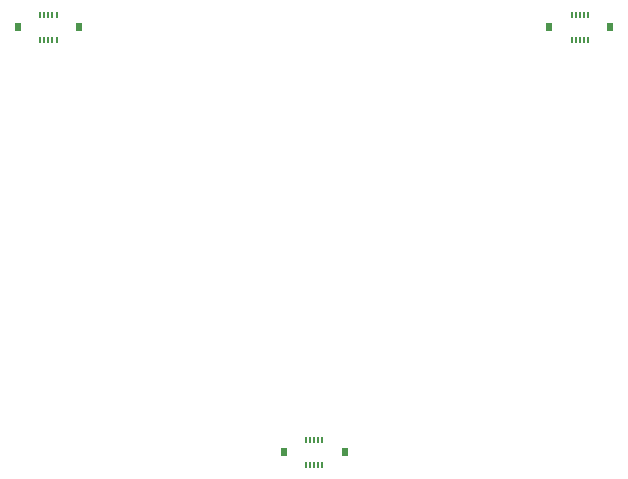
<source format=gbp>
G04*
G04 #@! TF.GenerationSoftware,Altium Limited,Altium Designer,19.0.11 (319)*
G04*
G04 Layer_Color=128*
%FSLAX44Y44*%
%MOMM*%
G71*
G01*
G75*
%ADD29R,0.4900X0.7600*%
%ADD30R,0.1800X0.4800*%
D29*
X125800Y432000D02*
D03*
X74200D02*
D03*
X350800Y72000D02*
D03*
X299200D02*
D03*
X524200Y432000D02*
D03*
X575800D02*
D03*
D30*
X107000Y421400D02*
D03*
Y442600D02*
D03*
X103500Y421400D02*
D03*
Y442600D02*
D03*
X100000Y421400D02*
D03*
Y442600D02*
D03*
X96500Y421400D02*
D03*
Y442600D02*
D03*
X93000Y421400D02*
D03*
Y442600D02*
D03*
X332000Y61400D02*
D03*
Y82600D02*
D03*
X328500Y61400D02*
D03*
Y82600D02*
D03*
X325000Y61400D02*
D03*
Y82600D02*
D03*
X321500Y61400D02*
D03*
Y82600D02*
D03*
X318000Y61400D02*
D03*
Y82600D02*
D03*
X543000Y442600D02*
D03*
Y421400D02*
D03*
X546500Y442600D02*
D03*
Y421400D02*
D03*
X550000Y442600D02*
D03*
Y421400D02*
D03*
X553500Y442600D02*
D03*
Y421400D02*
D03*
X557000Y442600D02*
D03*
Y421400D02*
D03*
M02*

</source>
